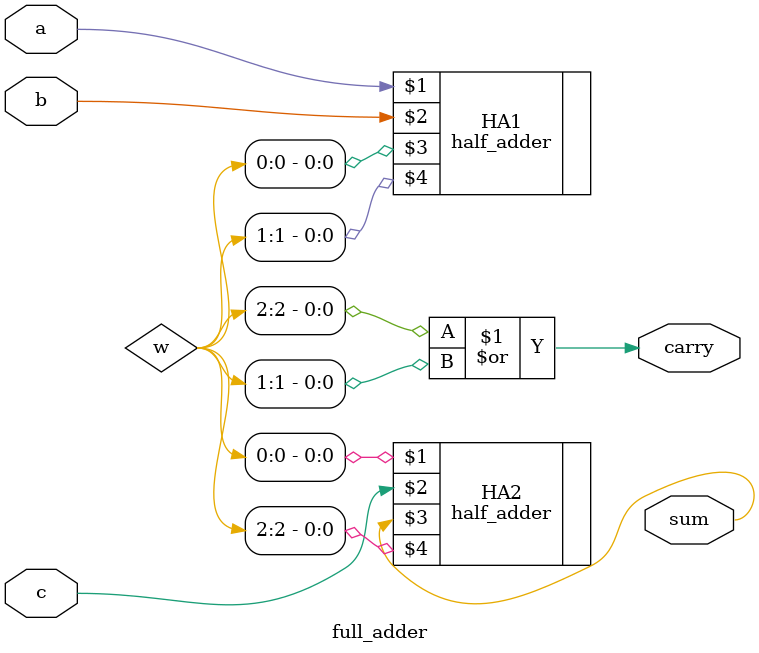
<source format=v>
module full_adder(a,b,c,sum,carry);
input a,b,c;
wire [2:0]w;
output sum,carry;
half_adder HA1(a,b,w[0],w[1]);
half_adder HA2(w[0],c,sum,w[2]);
assign carry=w[2] | w[1];
endmodule

</source>
